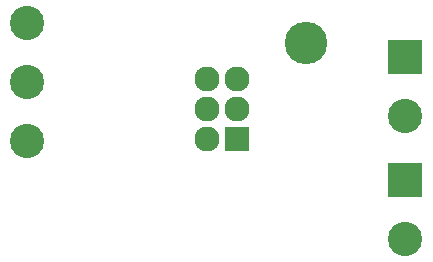
<source format=gbs>
G04 #@! TF.FileFunction,Soldermask,Bot*
%FSLAX46Y46*%
G04 Gerber Fmt 4.6, Leading zero omitted, Abs format (unit mm)*
G04 Created by KiCad (PCBNEW 4.0.1-3.201512161002+6197~38~ubuntu15.10.1-stable) date 2015-12-20T00:19:31 CET*
%MOMM*%
G01*
G04 APERTURE LIST*
%ADD10C,0.100000*%
%ADD11C,2.899360*%
%ADD12R,2.900000X2.900000*%
%ADD13C,2.900000*%
%ADD14R,2.127200X2.127200*%
%ADD15O,2.127200X2.127200*%
%ADD16C,3.600000*%
G04 APERTURE END LIST*
D10*
D11*
X183388000Y-125349000D03*
X183388000Y-120347740D03*
X183388000Y-130350260D03*
D12*
X215392000Y-133604000D03*
D13*
X215392000Y-138604000D03*
D12*
X215392000Y-123190000D03*
D13*
X215392000Y-128190000D03*
D14*
X201168000Y-130175000D03*
D15*
X198628000Y-130175000D03*
X201168000Y-127635000D03*
X198628000Y-127635000D03*
X201168000Y-125095000D03*
X198628000Y-125095000D03*
D16*
X207000000Y-122000000D03*
M02*

</source>
